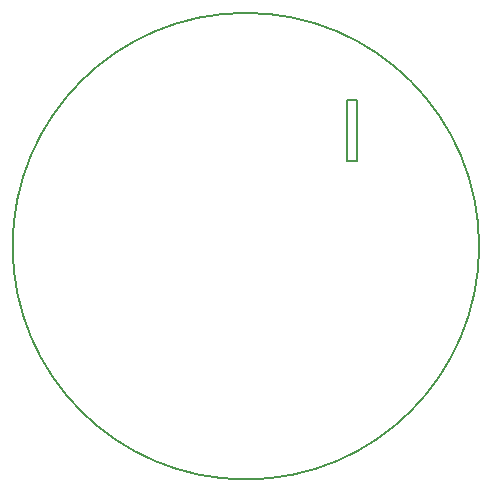
<source format=gm1>
G04 #@! TF.FileFunction,Profile,NP*
%FSLAX46Y46*%
G04 Gerber Fmt 4.6, Leading zero omitted, Abs format (unit mm)*
G04 Created by KiCad (PCBNEW 201609280951+7255~55~ubuntu14.04.1-) date Wed Jan 11 23:22:20 2017*
%MOMM*%
%LPD*%
G01*
G04 APERTURE LIST*
%ADD10C,0.100000*%
%ADD11C,0.200000*%
%ADD12C,0.150000*%
G04 APERTURE END LIST*
D10*
D11*
X108600000Y-92800000D02*
X108600000Y-87600000D01*
X109400000Y-92800000D02*
X108600000Y-92800000D01*
X109400000Y-87600000D02*
X109400000Y-92800000D01*
X108600000Y-87600000D02*
X109400000Y-87600000D01*
D12*
X119750000Y-100000000D02*
G75*
G03X119750000Y-100000000I-19750000J0D01*
G01*
M02*

</source>
